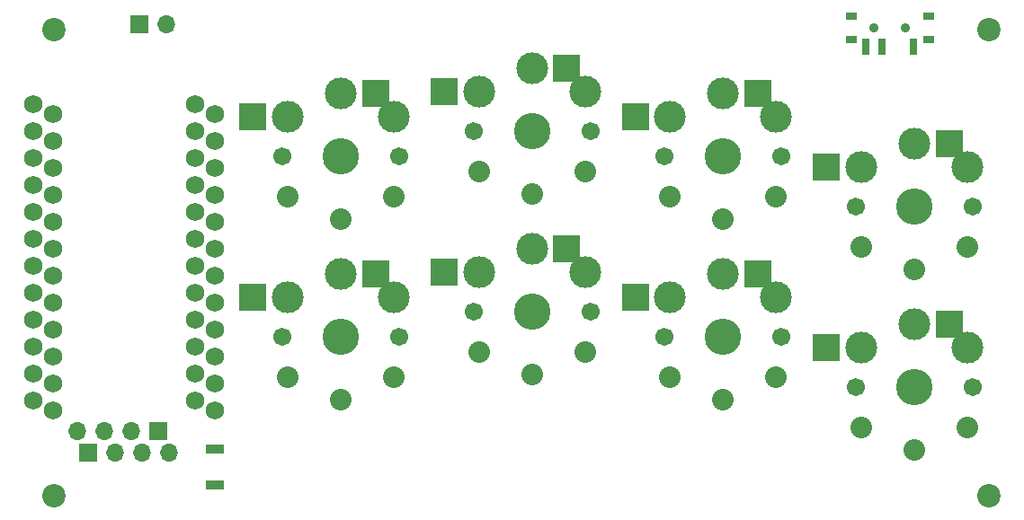
<source format=gbr>
%TF.GenerationSoftware,KiCad,Pcbnew,(5.1.8)-1*%
%TF.CreationDate,2021-05-08T17:22:42-04:00*%
%TF.ProjectId,small-paintbrush-hotswap,736d616c-6c2d-4706-9169-6e7462727573,rev?*%
%TF.SameCoordinates,Original*%
%TF.FileFunction,Soldermask,Top*%
%TF.FilePolarity,Negative*%
%FSLAX46Y46*%
G04 Gerber Fmt 4.6, Leading zero omitted, Abs format (unit mm)*
G04 Created by KiCad (PCBNEW (5.1.8)-1) date 2021-05-08 17:22:42*
%MOMM*%
%LPD*%
G01*
G04 APERTURE LIST*
%ADD10C,2.200000*%
%ADD11C,0.900000*%
%ADD12R,1.000000X0.800000*%
%ADD13R,0.700000X1.500000*%
%ADD14C,1.752600*%
%ADD15C,1.701800*%
%ADD16R,2.600000X2.600000*%
%ADD17C,3.000000*%
%ADD18C,3.429000*%
%ADD19C,2.032000*%
%ADD20O,1.700000X1.700000*%
%ADD21R,1.700000X1.700000*%
%ADD22R,1.700000X0.900000*%
G04 APERTURE END LIST*
D10*
%TO.C,REF\u002A\u002A*%
X78901736Y-65599424D03*
%TD*%
%TO.C,REF\u002A\u002A*%
X78901733Y-21599422D03*
%TD*%
%TO.C,REF\u002A\u002A*%
X166901733Y-21599422D03*
%TD*%
%TO.C,REF\u002A\u002A*%
X166901736Y-65599424D03*
%TD*%
D11*
%TO.C,SW1*%
X159101737Y-21469425D03*
X156101737Y-21469425D03*
%TD*%
D12*
%TO.C,SW2*%
X161251737Y-22579425D03*
X153951737Y-22579425D03*
X153951737Y-20369425D03*
X161251737Y-20369425D03*
D13*
X155351737Y-23229425D03*
X156851737Y-23229425D03*
X159851737Y-23229425D03*
D11*
X156101737Y-21469425D03*
X159101737Y-21469425D03*
%TD*%
D14*
%TO.C,U2*%
X92221739Y-28629424D03*
X92221739Y-31169424D03*
X92221739Y-33709424D03*
X92221739Y-36249424D03*
X92221739Y-38789424D03*
X92221739Y-41329424D03*
X92221739Y-43869424D03*
X92221739Y-46409424D03*
X92221739Y-48949424D03*
X92221739Y-51489424D03*
X92221739Y-54029424D03*
X76981739Y-56569424D03*
X76981739Y-54029424D03*
X76981739Y-51489424D03*
X76981739Y-48949424D03*
X76981739Y-46409424D03*
X76981739Y-43869424D03*
X76981739Y-41329424D03*
X76981739Y-38789424D03*
X76981739Y-36249424D03*
X76981739Y-33709424D03*
X76981739Y-31169424D03*
X92221739Y-56569424D03*
X76981739Y-28629424D03*
%TD*%
D15*
%TO.C,KEY3*%
X136401739Y-33599426D03*
X147401739Y-33599426D03*
D16*
X145176739Y-27649426D03*
D17*
X136901739Y-29849426D03*
D18*
X141901739Y-33599426D03*
D19*
X146901739Y-37399426D03*
X141901739Y-39499426D03*
D17*
X141901739Y-27649426D03*
D16*
X133626739Y-29849426D03*
D17*
X146901739Y-29849426D03*
D19*
X136901739Y-37399426D03*
%TD*%
D15*
%TO.C,KEY8*%
X154401739Y-55349423D03*
X165401739Y-55349423D03*
D16*
X163176739Y-49399423D03*
D17*
X154901739Y-51599423D03*
D18*
X159901739Y-55349423D03*
D19*
X164901739Y-59149423D03*
X159901739Y-61249423D03*
D17*
X159901739Y-49399423D03*
D16*
X151626739Y-51599423D03*
D17*
X164901739Y-51599423D03*
D19*
X154901739Y-59149423D03*
%TD*%
D15*
%TO.C,KEY7*%
X136401739Y-50599426D03*
X147401739Y-50599426D03*
D16*
X145176739Y-44649426D03*
D17*
X136901739Y-46849426D03*
D18*
X141901739Y-50599426D03*
D19*
X146901739Y-54399426D03*
X141901739Y-56499426D03*
D17*
X141901739Y-44649426D03*
D16*
X133626739Y-46849426D03*
D17*
X146901739Y-46849426D03*
D19*
X136901739Y-54399426D03*
%TD*%
%TO.C,KEY6*%
X118901739Y-52019424D03*
D17*
X128901739Y-44469424D03*
D16*
X115626739Y-44469424D03*
D17*
X123901739Y-42269424D03*
D19*
X123901739Y-54119424D03*
X128901739Y-52019424D03*
D18*
X123901739Y-48219424D03*
D17*
X118901739Y-44469424D03*
D16*
X127176739Y-42269424D03*
D15*
X129401739Y-48219424D03*
X118401739Y-48219424D03*
%TD*%
%TO.C,KEY5*%
X100401736Y-50599424D03*
X111401736Y-50599424D03*
D16*
X109176736Y-44649424D03*
D17*
X100901736Y-46849424D03*
D18*
X105901736Y-50599424D03*
D19*
X110901736Y-54399424D03*
X105901736Y-56499424D03*
D17*
X105901736Y-44649424D03*
D16*
X97626736Y-46849424D03*
D17*
X110901736Y-46849424D03*
D19*
X100901736Y-54399424D03*
%TD*%
D15*
%TO.C,KEY4*%
X154401737Y-38349424D03*
X165401737Y-38349424D03*
D16*
X163176737Y-32399424D03*
D17*
X154901737Y-34599424D03*
D18*
X159901737Y-38349424D03*
D19*
X164901737Y-42149424D03*
X159901737Y-44249424D03*
D17*
X159901737Y-32399424D03*
D16*
X151626737Y-34599424D03*
D17*
X164901737Y-34599424D03*
D19*
X154901737Y-42149424D03*
%TD*%
%TO.C,KEY2*%
X118901737Y-35019424D03*
D17*
X128901737Y-27469424D03*
D16*
X115626737Y-27469424D03*
D17*
X123901737Y-25269424D03*
D19*
X123901737Y-37119424D03*
X128901737Y-35019424D03*
D18*
X123901737Y-31219424D03*
D17*
X118901737Y-27469424D03*
D16*
X127176737Y-25269424D03*
D15*
X129401737Y-31219424D03*
X118401737Y-31219424D03*
%TD*%
%TO.C,KEY1*%
X100401737Y-33599424D03*
X111401737Y-33599424D03*
D16*
X109176737Y-27649424D03*
D17*
X100901737Y-29849424D03*
D18*
X105901737Y-33599424D03*
D19*
X110901737Y-37399424D03*
X105901737Y-39499424D03*
D17*
X105901737Y-27649424D03*
D16*
X97626737Y-29849424D03*
D17*
X110901737Y-29849424D03*
D19*
X100901737Y-37399424D03*
%TD*%
D14*
%TO.C,U1*%
X94021737Y-29629424D03*
X78781737Y-57569424D03*
X94021737Y-32169424D03*
X94021737Y-34709424D03*
X94021737Y-37249424D03*
X94021737Y-39789424D03*
X94021737Y-42329424D03*
X94021737Y-44869424D03*
X94021737Y-47409424D03*
X94021737Y-49949424D03*
X94021737Y-52489424D03*
X94021737Y-55029424D03*
X94021737Y-57569424D03*
X78781737Y-55029424D03*
X78781737Y-52489424D03*
X78781737Y-49949424D03*
X78781737Y-47409424D03*
X78781737Y-44869424D03*
X78781737Y-42329424D03*
X78781737Y-39789424D03*
X78781737Y-37249424D03*
X78781737Y-34709424D03*
X78781737Y-32169424D03*
X78781737Y-29629424D03*
%TD*%
D20*
%TO.C,J3*%
X89721739Y-61499424D03*
X87181739Y-61499424D03*
X84641739Y-61499424D03*
D21*
X82101739Y-61499424D03*
%TD*%
D20*
%TO.C,J2*%
X81081737Y-59499424D03*
X83621737Y-59499424D03*
X86161737Y-59499424D03*
D21*
X88701737Y-59499424D03*
%TD*%
D22*
%TO.C,PUSH2*%
X94001735Y-64599425D03*
X94001735Y-61199425D03*
%TD*%
D20*
%TO.C,J1*%
X89441736Y-21099424D03*
D21*
X86901736Y-21099424D03*
%TD*%
M02*

</source>
